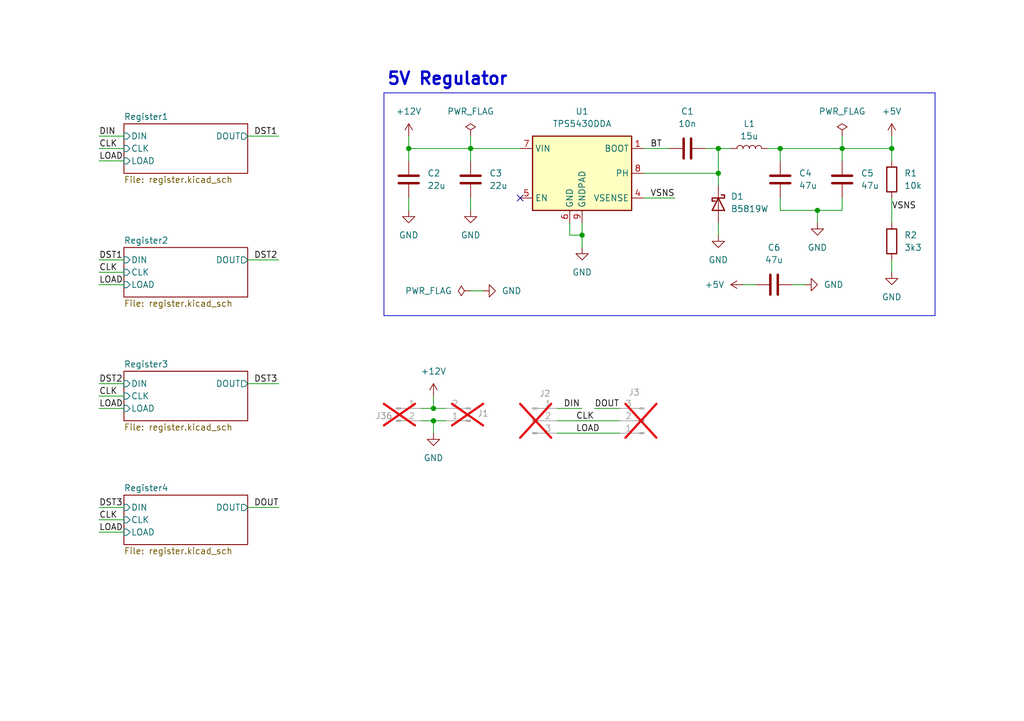
<source format=kicad_sch>
(kicad_sch (version 20231120) (generator "eeschema") (generator_version "8.0")
  (paper "A5")
  (lib_symbols
    (symbol "Connector:Conn_01x02_Pin" (pin_names (offset 1.016) hide)
      (property "Reference" "J" (at 0 2.54 0))
      (property "Value" "Conn_01x02_Pin" (at 0 -5.08 0))
      (symbol "Conn_01x02_Pin_1_1"
        (polyline (pts (xy 1.27 -2.54) (xy 0.8636 -2.54)) (stroke (width 0.1524)))
        (polyline (pts (xy 1.27 0) (xy 0.8636 0)) (stroke (width 0.1524)))
        (rectangle (start 0.8636 -2.413) (end 0 -2.667) (stroke (width 0.1524)) (fill (type outline)))
        (rectangle (start 0.8636 0.127) (end 0 -0.127) (stroke (width 0.1524)) (fill (type outline)))
        (pin passive line (at 5.08 0 180) (length 3.81) (name "Pin_1") (number "1"))
        (pin passive line (at 5.08 -2.54 180) (length 3.81) (name "Pin_2") (number "2"))
      )
    )
    (symbol "Connector:Conn_01x03_Pin" (pin_names (offset 1.016) hide)
      (property "Reference" "J" (at 0 5.08 0))
      (property "Value" "Conn_01x03_Pin" (at 0 -5.08 0))
      (symbol "Conn_01x03_Pin_1_1"
        (polyline (pts (xy 1.27 -2.54) (xy 0.8636 -2.54)) (stroke (width 0.1524)))
        (polyline (pts (xy 1.27 0) (xy 0.8636 0)) (stroke (width 0.1524)))
        (polyline (pts (xy 1.27 2.54) (xy 0.8636 2.54)) (stroke (width 0.1524)))
        (rectangle (start 0.8636 -2.413) (end 0 -2.667) (stroke (width 0.1524)) (fill (type outline)))
        (rectangle (start 0.8636 0.127) (end 0 -0.127) (stroke (width 0.1524)) (fill (type outline)))
        (rectangle (start 0.8636 2.667) (end 0 2.413) (stroke (width 0.1524)) (fill (type outline)))
        (pin passive line (at 5.08 2.54 180) (length 3.81) (name "Pin_1") (number "1"))
        (pin passive line (at 5.08 0 180) (length 3.81) (name "Pin_2") (number "2"))
        (pin passive line (at 5.08 -2.54 180) (length 3.81) (name "Pin_3") (number "3"))
      )
    )
    (symbol "Device:C" (pin_numbers hide) (pin_names (offset 0.254))
      (property "Reference" "C" (at 0.635 2.54 0))
      (property "Value" "C" (at 0.635 -2.54 0))
      (symbol "C_0_1"
        (polyline (pts (xy -2.032 -0.762) (xy 2.032 -0.762)) (stroke (width 0.508)))
        (polyline (pts (xy -2.032 0.762) (xy 2.032 0.762)) (stroke (width 0.508)))
      )
      (symbol "C_1_1"
        (pin passive line (at 0 3.81 270) (length 2.794) (name "~") (number "1"))
        (pin passive line (at 0 -3.81 90) (length 2.794) (name "~") (number "2"))
      )
    )
    (symbol "Device:D_Schottky" (pin_numbers hide) (pin_names (offset 1.016) hide)
      (property "Reference" "D" (at 0 2.54 0))
      (property "Value" "D_Schottky" (at 0 -2.54 0))
      (symbol "D_Schottky_0_1"
        (polyline (pts (xy 1.27 0) (xy -1.27 0)))
        (polyline (pts (xy 1.27 1.27) (xy 1.27 -1.27) (xy -1.27 0) (xy 1.27 1.27)) (stroke (width 0.254)))
        (polyline (pts (xy -1.905 0.635) (xy -1.905 1.27) (xy -1.27 1.27) (xy -1.27 -1.27) (xy -0.635 -1.27) (xy -0.635 -0.635)) (stroke (width 0.254)))
      )
      (symbol "D_Schottky_1_1"
        (pin passive line (at -3.81 0 0) (length 2.54) (name "K") (number "1"))
        (pin passive line (at 3.81 0 180) (length 2.54) (name "A") (number "2"))
      )
    )
    (symbol "Device:L" (pin_numbers hide) (pin_names (offset 1.016) hide)
      (property "Reference" "L" (at -1.27 0 90))
      (property "Value" "L" (at 1.905 0 90))
      (symbol "L_0_1"
        (arc (start 0 -2.54) (mid 0.6323 -1.905) (end 0 -1.27))
        (arc (start 0 -1.27) (mid 0.6323 -0.635) (end 0 0))
        (arc (start 0 0) (mid 0.6323 0.635) (end 0 1.27))
        (arc (start 0 1.27) (mid 0.6323 1.905) (end 0 2.54))
      )
      (symbol "L_1_1"
        (pin passive line (at 0 3.81 270) (length 1.27) (name "1") (number "1"))
        (pin passive line (at 0 -3.81 90) (length 1.27) (name "2") (number "2"))
      )
    )
    (symbol "Device:R" (pin_numbers hide) (pin_names (offset 0))
      (property "Reference" "R" (at 2.032 0 90))
      (property "Value" "R" (at 0 0 90))
      (symbol "R_0_1"
        (rectangle (start -1.016 -2.54) (end 1.016 2.54) (stroke (width 0.254)))
      )
      (symbol "R_1_1"
        (pin passive line (at 0 3.81 270) (length 1.27) (name "~") (number "1"))
        (pin passive line (at 0 -3.81 90) (length 1.27) (name "~") (number "2"))
      )
    )
    (symbol "Regulator_Switching:TPS5430DDA"
      (property "Reference" "U" (at -10.16 8.89 0))
      (property "Value" "TPS5430DDA" (at -1.27 8.89 0))
      (symbol "TPS5430DDA_0_1"
        (rectangle (start -10.16 7.62) (end 10.16 -7.62) (stroke (width 0.254)) (fill (type background)))
      )
      (symbol "TPS5430DDA_1_1"
        (pin input line (at 12.7 5.08 180) (length 2.54) (name "BOOT") (number "1"))
        (pin no_connect line (at -10.16 2.54 0) (length 2.54) hide (name "NC") (number "2"))
        (pin no_connect line (at -10.16 -2.54 0) (length 2.54) hide (name "NC") (number "3"))
        (pin input line (at 12.7 -5.08 180) (length 2.54) (name "VSENSE") (number "4"))
        (pin input line (at -12.7 -5.08 0) (length 2.54) (name "EN") (number "5"))
        (pin power_in line (at -2.54 -10.16 90) (length 2.54) (name "GND") (number "6"))
        (pin power_in line (at -12.7 5.08 0) (length 2.54) (name "VIN") (number "7"))
        (pin output line (at 12.7 0 180) (length 2.54) (name "PH") (number "8"))
        (pin power_in line (at 0 -10.16 90) (length 2.54) (name "GNDPAD") (number "9"))
      )
    )
    (symbol "power:+12V" (power) (pin_numbers hide) (pin_names (offset 0) hide)
      (property "Value" "+12V" (at 0 3.556 0))
      (symbol "+12V_0_1"
        (polyline (pts (xy -0.762 1.27) (xy 0 2.54)))
        (polyline (pts (xy 0 0) (xy 0 2.54)))
        (polyline (pts (xy 0 2.54) (xy 0.762 1.27)))
      )
      (symbol "+12V_1_1"
        (pin power_in line (at 0 0 90) (length 0) (name "~") (number "1"))
      )
    )
    (symbol "power:+5V" (power) (pin_numbers hide) (pin_names (offset 0) hide)
      (property "Value" "+5V" (at 0 3.556 0))
      (symbol "+5V_0_1"
        (polyline (pts (xy -0.762 1.27) (xy 0 2.54)))
        (polyline (pts (xy 0 0) (xy 0 2.54)))
        (polyline (pts (xy 0 2.54) (xy 0.762 1.27)))
      )
      (symbol "+5V_1_1"
        (pin power_in line (at 0 0 90) (length 0) (name "~") (number "1"))
      )
    )
    (symbol "power:GND" (power) (pin_numbers hide) (pin_names (offset 0) hide)
      (property "Value" "GND" (at 0 -3.81 0))
      (symbol "GND_0_1"
        (polyline (pts (xy 0 0) (xy 0 -1.27) (xy 1.27 -1.27) (xy 0 -2.54) (xy -1.27 -1.27) (xy 0 -1.27)))
      )
      (symbol "GND_1_1"
        (pin power_in line (at 0 0 270) (length 0) (name "~") (number "1"))
      )
    )
    (symbol "power:PWR_FLAG" (power) (pin_numbers hide) (pin_names (offset 0) hide)
      (property "Value" "PWR_FLAG" (at 0 3.81 0))
      (symbol "PWR_FLAG_0_0"
        (pin power_out line (at 0 0 90) (length 0) (name "~") (number "1"))
      )
      (symbol "PWR_FLAG_0_1"
        (polyline (pts (xy 0 0) (xy 0 1.27) (xy -1.016 1.905) (xy 0 2.54) (xy 1.016 1.905) (xy 0 1.27)))
      )
    )
  )
  (junction (at 88.9 86.36))
  (junction (at 172.72 30.48))
  (junction (at 83.82 30.48))
  (junction (at 147.32 35.56))
  (junction (at 147.32 30.48))
  (junction (at 182.88 30.48))
  (junction (at 160.02 30.48))
  (junction (at 167.64 43.18))
  (junction (at 96.52 30.48))
  (junction (at 88.9 83.82))
  (junction (at 119.38 48.26))
  (no_connect (at 106.68 40.64))
  (wire (pts (xy 83.82 27.94) (xy 83.82 30.48)))
  (wire (pts (xy 96.52 30.48) (xy 83.82 30.48)))
  (wire (pts (xy 182.88 27.94) (xy 182.88 30.48)))
  (wire (pts (xy 160.02 30.48) (xy 157.48 30.48)))
  (wire (pts (xy 162.56 58.42) (xy 165.1 58.42)))
  (wire (pts (xy 96.52 33.02) (xy 96.52 30.48)))
  (wire (pts (xy 20.32 78.74) (xy 25.4 78.74)))
  (wire (pts (xy 160.02 33.02) (xy 160.02 30.48)))
  (wire (pts (xy 167.64 43.18) (xy 172.72 43.18)))
  (wire (pts (xy 83.82 30.48) (xy 83.82 33.02)))
  (wire (pts (xy 147.32 45.72) (xy 147.32 48.26)))
  (wire (pts (xy 116.84 48.26) (xy 116.84 45.72)))
  (wire (pts (xy 172.72 43.18) (xy 172.72 40.64)))
  (wire (pts (xy 86.36 83.82) (xy 88.9 83.82)))
  (wire (pts (xy 96.52 30.48) (xy 106.68 30.48)))
  (polyline (pts (xy 95.25 19.05) (xy 191.77 19.05)))
  (wire (pts (xy 20.32 104.14) (xy 25.4 104.14)))
  (wire (pts (xy 96.52 27.94) (xy 96.52 30.48)))
  (wire (pts (xy 88.9 86.36) (xy 91.44 86.36)))
  (wire (pts (xy 20.32 53.34) (xy 25.4 53.34)))
  (wire (pts (xy 167.64 43.18) (xy 160.02 43.18)))
  (wire (pts (xy 20.32 81.28) (xy 25.4 81.28)))
  (wire (pts (xy 114.3 88.9) (xy 127 88.9)))
  (wire (pts (xy 160.02 30.48) (xy 172.72 30.48)))
  (wire (pts (xy 20.32 83.82) (xy 25.4 83.82)))
  (wire (pts (xy 119.38 45.72) (xy 119.38 48.26)))
  (wire (pts (xy 88.9 88.9) (xy 88.9 86.36)))
  (wire (pts (xy 182.88 53.34) (xy 182.88 55.88)))
  (wire (pts (xy 152.4 58.42) (xy 154.94 58.42)))
  (wire (pts (xy 121.92 83.82) (xy 127 83.82)))
  (wire (pts (xy 96.52 40.64) (xy 96.52 43.18)))
  (wire (pts (xy 147.32 30.48) (xy 144.78 30.48)))
  (wire (pts (xy 88.9 81.28) (xy 88.9 83.82)))
  (wire (pts (xy 96.52 59.69) (xy 99.06 59.69)))
  (polyline (pts (xy 191.77 64.77) (xy 78.74 64.77)))
  (polyline (pts (xy 78.74 64.77) (xy 78.74 19.05)))
  (wire (pts (xy 172.72 30.48) (xy 182.88 30.48)))
  (wire (pts (xy 20.32 106.68) (xy 25.4 106.68)))
  (wire (pts (xy 132.08 30.48) (xy 137.16 30.48)))
  (wire (pts (xy 147.32 35.56) (xy 147.32 30.48)))
  (wire (pts (xy 167.64 43.18) (xy 167.64 45.72)))
  (wire (pts (xy 147.32 38.1) (xy 147.32 35.56)))
  (wire (pts (xy 86.36 86.36) (xy 88.9 86.36)))
  (wire (pts (xy 119.38 48.26) (xy 116.84 48.26)))
  (wire (pts (xy 20.32 27.94) (xy 25.4 27.94)))
  (wire (pts (xy 20.32 58.42) (xy 25.4 58.42)))
  (polyline (pts (xy 191.77 19.05) (xy 191.77 64.77)))
  (wire (pts (xy 114.3 83.82) (xy 119.38 83.82)))
  (wire (pts (xy 50.8 53.34) (xy 57.15 53.34)))
  (wire (pts (xy 83.82 40.64) (xy 83.82 43.18)))
  (polyline (pts (xy 78.74 19.05) (xy 95.25 19.05)))
  (wire (pts (xy 182.88 40.64) (xy 182.88 45.72)))
  (wire (pts (xy 50.8 104.14) (xy 57.15 104.14)))
  (wire (pts (xy 20.32 55.88) (xy 25.4 55.88)))
  (wire (pts (xy 119.38 48.26) (xy 119.38 50.8)))
  (wire (pts (xy 182.88 33.02) (xy 182.88 30.48)))
  (wire (pts (xy 147.32 30.48) (xy 149.86 30.48)))
  (wire (pts (xy 50.8 78.74) (xy 57.15 78.74)))
  (wire (pts (xy 20.32 30.48) (xy 25.4 30.48)))
  (wire (pts (xy 114.3 86.36) (xy 127 86.36)))
  (wire (pts (xy 132.08 40.64) (xy 138.43 40.64)))
  (wire (pts (xy 160.02 43.18) (xy 160.02 40.64)))
  (wire (pts (xy 172.72 30.48) (xy 172.72 33.02)))
  (wire (pts (xy 132.08 35.56) (xy 147.32 35.56)))
  (wire (pts (xy 172.72 27.94) (xy 172.72 30.48)))
  (wire (pts (xy 20.32 33.02) (xy 25.4 33.02)))
  (wire (pts (xy 88.9 83.82) (xy 91.44 83.82)))
  (wire (pts (xy 50.8 27.94) (xy 57.15 27.94)))
  (wire (pts (xy 20.32 109.22) (xy 25.4 109.22)))
  (text "5V Regulator" (at 79.248 17.78 0) (effects (font (size 2.5 2.5) (thickness 0.5) (bold yes)) (justify left bottom)))
  (label "DST1" (at 52.07 27.94 0))
  (label "LOAD" (at 20.32 58.42 0))
  (label "DST2" (at 20.32 78.74 0))
  (label "VSNS" (at 182.88 43.18 0))
  (label "VSNS" (at 133.35 40.64 0))
  (label "CLK" (at 20.32 81.28 0))
  (label "CLK" (at 118.11 86.36 0))
  (label "DST3" (at 52.07 78.74 0))
  (label "CLK" (at 20.32 106.68 0))
  (label "CLK" (at 20.32 30.48 0))
  (label "BT" (at 133.35 30.48 0))
  (label "DST3" (at 20.32 104.14 0))
  (label "DST1" (at 20.32 53.34 0))
  (label "DIN" (at 20.32 27.94 0))
  (label "CLK" (at 20.32 55.88 0))
  (label "DOUT" (at 52.07 104.14 0))
  (label "LOAD" (at 20.32 109.22 0))
  (label "DST2" (at 52.07 53.34 0))
  (label "LOAD" (at 20.32 83.82 0))
  (label "LOAD" (at 118.11 88.9 0))
  (label "DOUT" (at 121.92 83.82 0))
  (label "DIN" (at 115.57 83.82 0))
  (label "LOAD" (at 20.32 33.02 0))
  (symbol (lib_id "power:PWR_FLAG") (at 96.52 27.94 0) (unit 1)
    (property "Reference" "#FLG01" (effects (hide yes)))
    (property "Value" "PWR_FLAG" (at 96.52 22.86 0))
    (property "Description" "Special symbol for telling ERC where power comes from" (effects (hide yes)))
  )
  (symbol (lib_id "Connector:Conn_01x03_Pin") (at 109.22 86.36 0) (unit 1) (dnp yes)
    (property "Reference" "J2" (at 111.76 80.772 0))
    (property "Value" "Conn_01x03_Pin" (effects (hide yes)))
    (property "Footprint" "Connector_PinHeader_2.54mm:PinHeader_1x03_P2.54mm_Vertical" (effects (hide yes)))
    (property "Description" "Generic connector, single row, 01x03, script generated" (effects (hide yes)))
  )
  (symbol (lib_id "Connector:Conn_01x02_Pin") (at 96.52 86.36 180) (unit 1) (dnp yes)
    (property "Reference" "J1" (at 99.06 84.836 0))
    (property "Value" "Conn_01x02_Pin" (effects (hide yes)))
    (property "Footprint" "User_Footprints:WJ126V-5.0-2P" (effects (hide yes)))
    (property "Description" "Generic connector, single row, 01x02, script generated" (effects (hide yes)))
    (property "LCSC" "C8404" (effects (hide yes)))
  )
  (symbol (lib_id "power:PWR_FLAG") (at 96.52 59.69 90) (unit 1)
    (property "Reference" "#FLG03" (effects (hide yes)))
    (property "Value" "PWR_FLAG" (at 92.71 59.6899 90) (effects (justify left)))
    (property "Description" "Special symbol for telling ERC where power comes from" (effects (hide yes)))
  )
  (symbol (lib_id "power:GND") (at 99.06 59.69 90) (unit 1)
    (property "Reference" "#PWR011" (effects (hide yes)))
    (property "Value" "GND" (at 102.87 59.6899 90) (effects (justify right)))
    (property "Description" "Power symbol creates a global label with name \"GND\" , ground" (effects (hide yes)))
  )
  (symbol (lib_id "Device:D_Schottky") (at 147.32 41.91 270) (unit 1)
    (property "Reference" "D1" (at 149.86 40.3224 90) (effects (justify left)))
    (property "Value" "B5819W" (at 149.86 42.8624 90) (effects (justify left)))
    (property "Footprint" "Diode_SMD:D_SOD-123" (effects (hide yes)))
    (property "Description" "Schottky diode" (effects (hide yes)))
    (property "LCSC" "C8598" (effects (hide yes)))
  )
  (symbol (lib_id "Device:C") (at 140.97 30.48 90) (unit 1)
    (property "Reference" "C1" (at 140.97 22.86 90))
    (property "Value" "10n" (at 140.97 25.4 90))
    (property "Footprint" "Capacitor_SMD:C_0402_1005Metric" (effects (hide yes)))
    (property "Description" "Unpolarized capacitor" (effects (hide yes)))
    (property "LCSC" "C15195" (effects (hide yes)))
  )
  (symbol (lib_id "Device:R") (at 182.88 49.53 0) (unit 1)
    (property "Reference" "R2" (at 185.42 48.2599 0) (effects (justify left)))
    (property "Value" "3k3" (at 185.42 50.7999 0) (effects (justify left)))
    (property "Footprint" "Resistor_SMD:R_0402_1005Metric" (effects (hide yes)))
    (property "Description" "Resistor" (effects (hide yes)))
    (property "LCSC" "C25890" (effects (hide yes)))
  )
  (symbol (lib_id "power:GND") (at 96.52 43.18 0) (unit 1)
    (property "Reference" "#PWR04" (effects (hide yes)))
    (property "Value" "GND" (at 96.52 48.26 0))
    (property "Description" "Power symbol creates a global label with name \"GND\" , ground" (effects (hide yes)))
  )
  (symbol (lib_id "power:+5V") (at 182.88 27.94 0) (unit 1)
    (property "Reference" "#PWR02" (effects (hide yes)))
    (property "Value" "+5V" (at 182.88 22.86 0))
    (property "Description" "Power symbol creates a global label with name \"+5V\"" (effects (hide yes)))
  )
  (symbol (lib_id "power:+12V") (at 88.9 81.28 0) (unit 1)
    (property "Reference" "#PWR012" (effects (hide yes)))
    (property "Value" "+12V" (at 88.9 76.2 0))
    (property "Description" "Power symbol creates a global label with name \"+12V\"" (effects (hide yes)))
  )
  (symbol (lib_id "power:GND") (at 88.9 88.9 0) (mirror y) (unit 1)
    (property "Reference" "#PWR013" (effects (hide yes)))
    (property "Value" "GND" (at 88.9 93.98 0))
    (property "Description" "Power symbol creates a global label with name \"GND\" , ground" (effects (hide yes)))
  )
  (symbol (lib_id "power:GND") (at 83.82 43.18 0) (unit 1)
    (property "Reference" "#PWR03" (effects (hide yes)))
    (property "Value" "GND" (at 83.82 48.26 0))
    (property "Description" "Power symbol creates a global label with name \"GND\" , ground" (effects (hide yes)))
  )
  (symbol (lib_id "power:+12V") (at 83.82 27.94 0) (unit 1)
    (property "Reference" "#PWR01" (effects (hide yes)))
    (property "Value" "+12V" (at 83.82 22.86 0))
    (property "Description" "Power symbol creates a global label with name \"+12V\"" (effects (hide yes)))
  )
  (symbol (lib_id "Connector:Conn_01x03_Pin") (at 132.08 86.36 180) (unit 1) (dnp yes)
    (property "Reference" "J3" (at 130.048 80.518 0))
    (property "Value" "Conn_01x03_Pin" (effects (hide yes)))
    (property "Footprint" "Connector_PinHeader_2.54mm:PinHeader_1x03_P2.54mm_Vertical" (effects (hide yes)))
    (property "Description" "Generic connector, single row, 01x03, script generated" (effects (hide yes)))
  )
  (symbol (lib_id "power:PWR_FLAG") (at 172.72 27.94 0) (unit 1)
    (property "Reference" "#FLG02" (effects (hide yes)))
    (property "Value" "PWR_FLAG" (at 172.72 22.86 0))
    (property "Description" "Special symbol for telling ERC where power comes from" (effects (hide yes)))
  )
  (symbol (lib_id "Device:C") (at 172.72 36.83 0) (unit 1)
    (property "Reference" "C5" (at 176.53 35.5599 0) (effects (justify left)))
    (property "Value" "47u" (at 176.53 38.0999 0) (effects (justify left)))
    (property "Footprint" "Capacitor_SMD:C_1206_3216Metric" (effects (hide yes)))
    (property "Description" "Unpolarized capacitor" (effects (hide yes)))
    (property "LCSC" "C96123" (effects (hide yes)))
  )
  (symbol (lib_id "Device:C") (at 83.82 36.83 0) (unit 1)
    (property "Reference" "C2" (at 87.63 35.5599 0) (effects (justify left)))
    (property "Value" "22u" (at 87.63 38.0999 0) (effects (justify left)))
    (property "Footprint" "Capacitor_SMD:C_1206_3216Metric" (effects (hide yes)))
    (property "Description" "Unpolarized capacitor" (effects (hide yes)))
    (property "LCSC" "C12891" (effects (hide yes)))
  )
  (symbol (lib_id "power:GND") (at 147.32 48.26 0) (unit 1)
    (property "Reference" "#PWR06" (effects (hide yes)))
    (property "Value" "GND" (at 147.32 53.34 0))
    (property "Description" "Power symbol creates a global label with name \"GND\" , ground" (effects (hide yes)))
  )
  (symbol (lib_id "Device:C") (at 160.02 36.83 0) (unit 1)
    (property "Reference" "C4" (at 163.83 35.5599 0) (effects (justify left)))
    (property "Value" "47u" (at 163.83 38.0999 0) (effects (justify left)))
    (property "Footprint" "Capacitor_SMD:C_1206_3216Metric" (effects (hide yes)))
    (property "Description" "Unpolarized capacitor" (effects (hide yes)))
    (property "LCSC" "C96123" (effects (hide yes)))
  )
  (symbol (lib_id "Device:C") (at 96.52 36.83 0) (unit 1)
    (property "Reference" "C3" (at 100.33 35.5599 0) (effects (justify left)))
    (property "Value" "22u" (at 100.33 38.0999 0) (effects (justify left)))
    (property "Footprint" "Capacitor_SMD:C_1206_3216Metric" (effects (hide yes)))
    (property "Description" "Unpolarized capacitor" (effects (hide yes)))
    (property "LCSC" "C12891" (effects (hide yes)))
  )
  (symbol (lib_id "power:GND") (at 165.1 58.42 90) (unit 1)
    (property "Reference" "#PWR010" (effects (hide yes)))
    (property "Value" "GND" (at 168.91 58.4199 90) (effects (justify right)))
    (property "Description" "Power symbol creates a global label with name \"GND\" , ground" (effects (hide yes)))
  )
  (symbol (lib_id "Connector:Conn_01x02_Pin") (at 81.28 83.82 0) (unit 1) (dnp yes)
    (property "Reference" "J36" (at 78.74 85.344 0))
    (property "Value" "Conn_01x02_Pin" (effects (hide yes)))
    (property "Footprint" "User_Footprints:WJ126V-5.0-2P" (effects (hide yes)))
    (property "Description" "Generic connector, single row, 01x02, script generated" (effects (hide yes)))
    (property "LCSC" "C8404" (effects (hide yes)))
  )
  (symbol (lib_id "Device:C") (at 158.75 58.42 90) (unit 1)
    (property "Reference" "C6" (at 158.75 50.8 90))
    (property "Value" "47u" (at 158.75 53.34 90))
    (property "Footprint" "Capacitor_SMD:C_1206_3216Metric" (effects (hide yes)))
    (property "Description" "Unpolarized capacitor" (effects (hide yes)))
    (property "LCSC" "C96123" (effects (hide yes)))
  )
  (symbol (lib_id "power:GND") (at 167.64 45.72 0) (unit 1)
    (property "Reference" "#PWR05" (effects (hide yes)))
    (property "Value" "GND" (at 167.64 50.8 0))
    (property "Description" "Power symbol creates a global label with name \"GND\" , ground" (effects (hide yes)))
  )
  (symbol (lib_id "Device:R") (at 182.88 36.83 0) (unit 1)
    (property "Reference" "R1" (at 185.42 35.5599 0) (effects (justify left)))
    (property "Value" "10k" (at 185.42 38.0999 0) (effects (justify left)))
    (property "Footprint" "Resistor_SMD:R_0402_1005Metric" (effects (hide yes)))
    (property "Description" "Resistor" (effects (hide yes)))
    (property "LCSC" "C25744" (effects (hide yes)))
  )
  (symbol (lib_id "power:GND") (at 182.88 55.88 0) (unit 1)
    (property "Reference" "#PWR08" (effects (hide yes)))
    (property "Value" "GND" (at 182.88 60.96 0))
    (property "Description" "Power symbol creates a global label with name \"GND\" , ground" (effects (hide yes)))
  )
  (symbol (lib_id "Regulator_Switching:TPS5430DDA") (at 119.38 35.56 0) (unit 1)
    (property "Reference" "U1" (at 119.38 22.86 0))
    (property "Value" "TPS5430DDA" (at 119.38 25.4 0))
    (property "Footprint" "Package_SO:TI_SO-PowerPAD-8_ThermalVias" (effects (hide yes)))
    (property "Datasheet" "http://www.ti.com/lit/ds/symlink/tps5430.pdf" (effects (hide yes)))
    (property "Description" "3A, Step Down Swift Converter, Adjustable Output Voltage, 5.5-36V Input Voltage, PowerSO-8" (effects (hide yes)))
    (property "LCSC" "C9864" (effects (hide yes)))
  )
  (symbol (lib_id "power:+5V") (at 152.4 58.42 90) (unit 1)
    (property "Reference" "#PWR09" (effects (hide yes)))
    (property "Value" "+5V" (at 148.59 58.4199 90) (effects (justify left)))
    (property "Description" "Power symbol creates a global label with name \"+5V\"" (effects (hide yes)))
  )
  (symbol (lib_id "power:GND") (at 119.38 50.8 0) (unit 1)
    (property "Reference" "#PWR07" (effects (hide yes)))
    (property "Value" "GND" (at 119.38 55.88 0))
    (property "Description" "Power symbol creates a global label with name \"GND\" , ground" (effects (hide yes)))
  )
  (symbol (lib_id "Device:L") (at 153.67 30.48 90) (unit 1)
    (property "Reference" "L1" (at 153.67 25.4 90))
    (property "Value" "15u" (at 153.67 27.94 90))
    (property "Footprint" "Inductor_SMD:L_Abracon_ASPI-0630LR" (effects (hide yes)))
    (property "Description" "Inductor" (effects (hide yes)))
    (property "LCSC" "C177243" (effects (hide yes)))
  )
  (sheet (at 25.4 25.4) (size 25.4 10.16) (stroke (width 0.1524))
    (property "Sheetname" "Register1" (at 25.4 24.6884 0) (effects (justify left bottom)))
    (property "Sheetfile" "register.kicad_sch" (at 25.4 36.1446 0) (effects (justify left top)))
    (pin "DIN" input (at 25.4 27.94 180))
    (pin "LOAD" input (at 25.4 33.02 180))
    (pin "CLK" input (at 25.4 30.48 180))
    (pin "DOUT" output (at 50.8 27.94 0))
  )
  (sheet (at 25.4 101.6) (size 25.4 10.16) (stroke (width 0.1524))
    (property "Sheetname" "Register4" (at 25.4 100.8884 0) (effects (justify left bottom)))
    (property "Sheetfile" "register.kicad_sch" (at 25.4 112.3446 0) (effects (justify left top)))
    (pin "DIN" input (at 25.4 104.14 180))
    (pin "LOAD" input (at 25.4 109.22 180))
    (pin "CLK" input (at 25.4 106.68 180))
    (pin "DOUT" output (at 50.8 104.14 0))
  )
  (sheet (at 25.4 50.8) (size 25.4 10.16) (stroke (width 0.1524))
    (property "Sheetname" "Register2" (at 25.4 50.0884 0) (effects (justify left bottom)))
    (property "Sheetfile" "register.kicad_sch" (at 25.4 61.5446 0) (effects (justify left top)))
    (pin "DIN" input (at 25.4 53.34 180))
    (pin "LOAD" input (at 25.4 58.42 180))
    (pin "CLK" input (at 25.4 55.88 180))
    (pin "DOUT" output (at 50.8 53.34 0))
  )
  (sheet (at 25.4 76.2) (size 25.4 10.16) (stroke (width 0.1524))
    (property "Sheetname" "Register3" (at 25.4 75.4884 0) (effects (justify left bottom)))
    (property "Sheetfile" "register.kicad_sch" (at 25.4 86.9446 0) (effects (justify left top)))
    (pin "DIN" input (at 25.4 78.74 180))
    (pin "LOAD" input (at 25.4 83.82 180))
    (pin "CLK" input (at 25.4 81.28 180))
    (pin "DOUT" output (at 50.8 78.74 0))
  )
)
</source>
